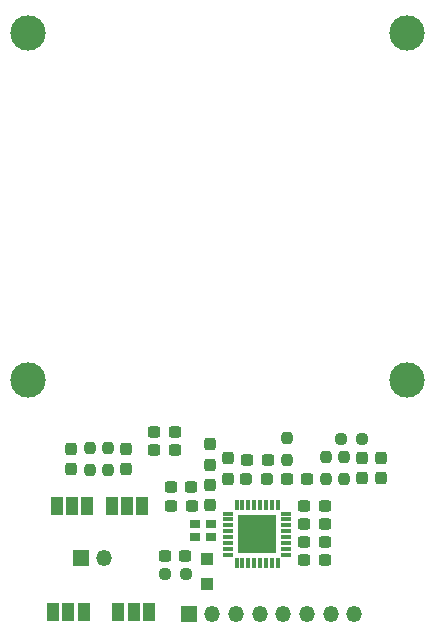
<source format=gts>
G04 #@! TF.GenerationSoftware,KiCad,Pcbnew,7.0.9*
G04 #@! TF.CreationDate,2024-04-03T14:29:21+02:00*
G04 #@! TF.ProjectId,NFC_Programmer,4e46435f-5072-46f6-9772-616d6d65722e,3.0*
G04 #@! TF.SameCoordinates,Original*
G04 #@! TF.FileFunction,Soldermask,Top*
G04 #@! TF.FilePolarity,Negative*
%FSLAX46Y46*%
G04 Gerber Fmt 4.6, Leading zero omitted, Abs format (unit mm)*
G04 Created by KiCad (PCBNEW 7.0.9) date 2024-04-03 14:29:21*
%MOMM*%
%LPD*%
G01*
G04 APERTURE LIST*
G04 Aperture macros list*
%AMRoundRect*
0 Rectangle with rounded corners*
0 $1 Rounding radius*
0 $2 $3 $4 $5 $6 $7 $8 $9 X,Y pos of 4 corners*
0 Add a 4 corners polygon primitive as box body*
4,1,4,$2,$3,$4,$5,$6,$7,$8,$9,$2,$3,0*
0 Add four circle primitives for the rounded corners*
1,1,$1+$1,$2,$3*
1,1,$1+$1,$4,$5*
1,1,$1+$1,$6,$7*
1,1,$1+$1,$8,$9*
0 Add four rect primitives between the rounded corners*
20,1,$1+$1,$2,$3,$4,$5,0*
20,1,$1+$1,$4,$5,$6,$7,0*
20,1,$1+$1,$6,$7,$8,$9,0*
20,1,$1+$1,$8,$9,$2,$3,0*%
G04 Aperture macros list end*
%ADD10RoundRect,0.237500X-0.237500X0.250000X-0.237500X-0.250000X0.237500X-0.250000X0.237500X0.250000X0*%
%ADD11RoundRect,0.237500X0.300000X0.237500X-0.300000X0.237500X-0.300000X-0.237500X0.300000X-0.237500X0*%
%ADD12RoundRect,0.237500X0.237500X-0.250000X0.237500X0.250000X-0.237500X0.250000X-0.237500X-0.250000X0*%
%ADD13R,1.000000X1.500000*%
%ADD14C,3.000000*%
%ADD15R,1.350000X1.350000*%
%ADD16O,1.350000X1.350000*%
%ADD17R,1.000000X1.000000*%
%ADD18RoundRect,0.237500X0.237500X-0.287500X0.237500X0.287500X-0.237500X0.287500X-0.237500X-0.287500X0*%
%ADD19R,0.900000X0.800000*%
%ADD20RoundRect,0.237500X0.237500X-0.300000X0.237500X0.300000X-0.237500X0.300000X-0.237500X-0.300000X0*%
%ADD21RoundRect,0.237500X-0.237500X0.300000X-0.237500X-0.300000X0.237500X-0.300000X0.237500X0.300000X0*%
%ADD22R,0.850000X0.300000*%
%ADD23R,0.300000X0.850000*%
%ADD24R,3.250000X3.250000*%
%ADD25RoundRect,0.237500X-0.300000X-0.237500X0.300000X-0.237500X0.300000X0.237500X-0.300000X0.237500X0*%
%ADD26RoundRect,0.237500X-0.250000X-0.237500X0.250000X-0.237500X0.250000X0.237500X-0.250000X0.237500X0*%
%ADD27RoundRect,0.237500X-0.287500X-0.237500X0.287500X-0.237500X0.287500X0.237500X-0.287500X0.237500X0*%
%ADD28RoundRect,0.237500X0.250000X0.237500X-0.250000X0.237500X-0.250000X-0.237500X0.250000X-0.237500X0*%
G04 APERTURE END LIST*
D10*
X150813750Y-94545000D03*
X150813750Y-96370000D03*
D11*
X147696750Y-96380000D03*
X145971750Y-96380000D03*
D12*
X145994250Y-94742500D03*
X145994250Y-92917500D03*
D13*
X131135000Y-98700000D03*
X132435000Y-98700000D03*
X133735000Y-98700000D03*
D14*
X124080000Y-58640000D03*
X156120000Y-58640000D03*
D11*
X137886750Y-97110000D03*
X136161750Y-97110000D03*
D15*
X128530000Y-103060000D03*
D16*
X130530000Y-103060000D03*
D17*
X139250000Y-105250000D03*
D18*
X140994250Y-96385000D03*
X140994250Y-94635000D03*
D11*
X136462500Y-93970000D03*
X134737500Y-93970000D03*
D14*
X124060000Y-88020000D03*
D19*
X139571750Y-100230000D03*
X138171750Y-100230000D03*
X138171750Y-101330000D03*
X139571750Y-101330000D03*
D20*
X139504250Y-98602500D03*
X139504250Y-96877500D03*
D21*
X139464250Y-93467500D03*
X139464250Y-95192500D03*
D22*
X145914250Y-102820000D03*
X145914250Y-102320000D03*
X145914250Y-101820000D03*
X145914250Y-101320000D03*
X145914250Y-100820000D03*
X145914250Y-100320000D03*
X145914250Y-99820000D03*
X145914250Y-99320000D03*
D23*
X145214250Y-98620000D03*
X144714250Y-98620000D03*
X144214250Y-98620000D03*
X143714250Y-98620000D03*
X143214250Y-98620000D03*
X142714250Y-98620000D03*
X142214250Y-98620000D03*
X141714250Y-98620000D03*
D22*
X141014250Y-99320000D03*
X141014250Y-99820000D03*
X141014250Y-100320000D03*
X141014250Y-100820000D03*
X141014250Y-101320000D03*
X141014250Y-101820000D03*
X141014250Y-102320000D03*
X141014250Y-102820000D03*
D23*
X141714250Y-103520000D03*
X142214250Y-103520000D03*
X142714250Y-103520000D03*
X143214250Y-103520000D03*
X143714250Y-103520000D03*
X144214250Y-103520000D03*
X144714250Y-103520000D03*
X145214250Y-103520000D03*
D24*
X143464250Y-101070000D03*
D15*
X137670000Y-107810000D03*
D16*
X139670000Y-107810000D03*
X141670000Y-107810000D03*
X143670000Y-107810000D03*
X145670000Y-107810000D03*
X147670000Y-107810000D03*
X149670000Y-107810000D03*
X151670000Y-107810000D03*
D10*
X130835000Y-93800000D03*
X130835000Y-95625000D03*
D20*
X152344250Y-96320000D03*
X152344250Y-94595000D03*
D11*
X136462500Y-92400000D03*
X134737500Y-92400000D03*
D25*
X147445000Y-98700000D03*
X149170000Y-98700000D03*
X147445000Y-100220000D03*
X149170000Y-100220000D03*
D12*
X149283250Y-96370000D03*
X149283250Y-94545000D03*
D21*
X153904250Y-94587500D03*
X153904250Y-96312500D03*
D25*
X147445000Y-101740000D03*
X149170000Y-101740000D03*
D17*
X139240000Y-103170000D03*
D10*
X129285000Y-93800000D03*
X129285000Y-95625000D03*
D26*
X150522500Y-92990000D03*
X152347500Y-92990000D03*
D21*
X132385000Y-93850000D03*
X132385000Y-95575000D03*
D20*
X127725000Y-95575000D03*
X127725000Y-93850000D03*
D11*
X137372500Y-102890000D03*
X135647500Y-102890000D03*
D27*
X142544250Y-96400000D03*
X144294250Y-96400000D03*
D28*
X137442500Y-104450000D03*
X135617500Y-104450000D03*
D13*
X129075000Y-98690000D03*
X127775000Y-98690000D03*
X126475000Y-98690000D03*
X134310000Y-107670000D03*
X133010000Y-107670000D03*
X131710000Y-107670000D03*
X126170000Y-107670000D03*
X127470000Y-107670000D03*
X128770000Y-107670000D03*
D25*
X142609250Y-94790000D03*
X144334250Y-94790000D03*
D11*
X137926750Y-98680000D03*
X136201750Y-98680000D03*
D14*
X156110000Y-88020000D03*
D25*
X147445000Y-103260000D03*
X149170000Y-103260000D03*
M02*

</source>
